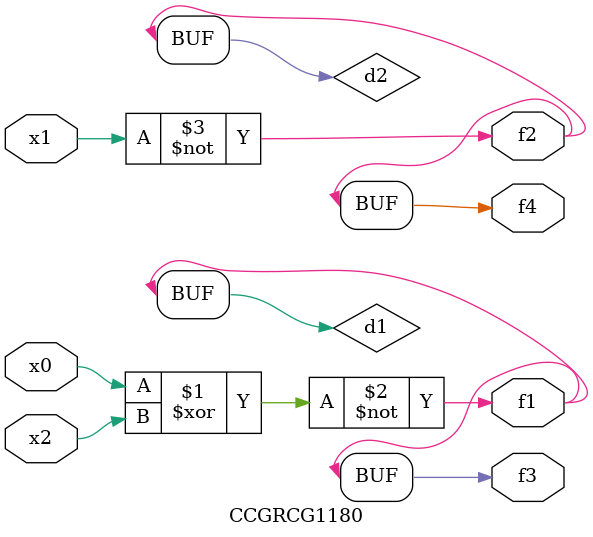
<source format=v>
module CCGRCG1180(
	input x0, x1, x2,
	output f1, f2, f3, f4
);

	wire d1, d2, d3;

	xnor (d1, x0, x2);
	nand (d2, x1);
	nor (d3, x1, x2);
	assign f1 = d1;
	assign f2 = d2;
	assign f3 = d1;
	assign f4 = d2;
endmodule

</source>
